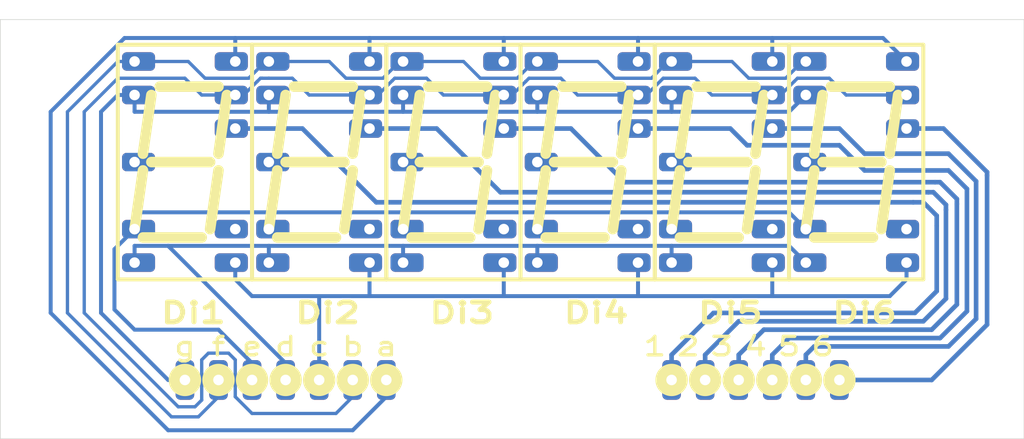
<source format=kicad_pcb>
(kicad_pcb (version 20171130) (host pcbnew "(5.1.4)-1")

  (general
    (thickness 1.6)
    (drawings 4)
    (tracks 232)
    (zones 0)
    (modules 11)
    (nets 20)
  )

  (page A4)
  (layers
    (0 F.Cu signal)
    (31 B.Cu signal)
    (32 B.Adhes user)
    (33 F.Adhes user)
    (34 B.Paste user)
    (35 F.Paste user)
    (36 B.SilkS user)
    (37 F.SilkS user)
    (38 B.Mask user)
    (39 F.Mask user)
    (40 Dwgs.User user)
    (41 Cmts.User user)
    (42 Eco1.User user)
    (43 Eco2.User user)
    (44 Edge.Cuts user)
    (45 Margin user)
    (46 B.CrtYd user)
    (47 F.CrtYd user)
    (48 B.Fab user)
    (49 F.Fab user)
  )

  (setup
    (last_trace_width 0.25)
    (trace_clearance 0.2)
    (zone_clearance 0.508)
    (zone_45_only no)
    (trace_min 0.2)
    (via_size 0.8)
    (via_drill 0.4)
    (via_min_size 0.4)
    (via_min_drill 0.3)
    (uvia_size 0.3)
    (uvia_drill 0.1)
    (uvias_allowed no)
    (uvia_min_size 0.2)
    (uvia_min_drill 0.1)
    (edge_width 0.05)
    (segment_width 0.2)
    (pcb_text_width 0.3)
    (pcb_text_size 1.5 1.5)
    (mod_edge_width 0.12)
    (mod_text_size 1 1)
    (mod_text_width 0.15)
    (pad_size 1.524 1.524)
    (pad_drill 0.762)
    (pad_to_mask_clearance 0.051)
    (solder_mask_min_width 0.25)
    (aux_axis_origin 0 0)
    (visible_elements 7FFFFFFF)
    (pcbplotparams
      (layerselection 0x010fc_ffffffff)
      (usegerberextensions false)
      (usegerberattributes false)
      (usegerberadvancedattributes false)
      (creategerberjobfile false)
      (excludeedgelayer true)
      (linewidth 0.100000)
      (plotframeref false)
      (viasonmask false)
      (mode 1)
      (useauxorigin false)
      (hpglpennumber 1)
      (hpglpenspeed 20)
      (hpglpendiameter 15.000000)
      (psnegative false)
      (psa4output false)
      (plotreference true)
      (plotvalue true)
      (plotinvisibletext false)
      (padsonsilk false)
      (subtractmaskfromsilk false)
      (outputformat 1)
      (mirror false)
      (drillshape 1)
      (scaleselection 1)
      (outputdirectory ""))
  )

  (net 0 "")
  (net 1 /X3)
  (net 2 /X4)
  (net 3 /X6)
  (net 4 /X5)
  (net 5 /X2)
  (net 6 "Net-(Di1-Pad9)")
  (net 7 /X1)
  (net 8 /X0)
  (net 9 "Net-(Di2-Pad9)")
  (net 10 "Net-(Di3-Pad9)")
  (net 11 "Net-(Di4-Pad9)")
  (net 12 "Net-(Di5-Pad9)")
  (net 13 "Net-(Di6-Pad9)")
  (net 14 "Net-(Di2-Pad12)")
  (net 15 "Net-(Di5-Pad12)")
  (net 16 "Net-(Di3-Pad12)")
  (net 17 "Net-(Di4-Pad12)")
  (net 18 "Net-(Di6-Pad12)")
  (net 19 "Net-(Di1-Pad12)")

  (net_class Default "Ceci est la Netclass par défaut."
    (clearance 0.2)
    (trace_width 0.25)
    (via_dia 0.8)
    (via_drill 0.4)
    (uvia_dia 0.3)
    (uvia_drill 0.1)
    (add_net /X0)
    (add_net /X1)
    (add_net /X2)
    (add_net /X3)
    (add_net /X4)
    (add_net /X5)
    (add_net /X6)
    (add_net "Net-(Di1-Pad12)")
    (add_net "Net-(Di1-Pad9)")
    (add_net "Net-(Di2-Pad12)")
    (add_net "Net-(Di2-Pad9)")
    (add_net "Net-(Di3-Pad12)")
    (add_net "Net-(Di3-Pad9)")
    (add_net "Net-(Di4-Pad12)")
    (add_net "Net-(Di4-Pad9)")
    (add_net "Net-(Di5-Pad12)")
    (add_net "Net-(Di5-Pad9)")
    (add_net "Net-(Di6-Pad12)")
    (add_net "Net-(Di6-Pad9)")
  )

  (module elektor:Conn-Display-Top (layer F.Cu) (tedit 5F7754D3) (tstamp 5F74BC5E)
    (at 127 111.76)
    (path /5F75E248)
    (fp_text reference J1 (at 0 -9.525) (layer F.SilkS) hide
      (effects (font (size 1.5 2) (thickness 0.375)))
    )
    (fp_text value Display (at 0 -0.635) (layer F.Fab)
      (effects (font (size 1 1) (thickness 0.15)))
    )
    (fp_circle (center 36.83 -3.81) (end 37.63 -3.81) (layer F.SilkS) (width 0.85))
    (fp_circle (center 39.37 -3.81) (end 40.17 -3.81) (layer F.SilkS) (width 0.85))
    (fp_circle (center 34.29 -3.81) (end 35.09 -3.81) (layer F.SilkS) (width 0.85))
    (fp_circle (center 29.21 -3.81) (end 30.01 -3.81) (layer F.SilkS) (width 0.85))
    (fp_circle (center 41.91 -3.81) (end 42.71 -3.81) (layer F.SilkS) (width 0.85))
    (fp_circle (center 31.75 -3.81) (end 32.55 -3.81) (layer F.SilkS) (width 0.85))
    (fp_text user 2 (at 30.48 -6.35) (layer F.SilkS)
      (effects (font (size 1.4 1.8) (thickness 0.25)))
    )
    (fp_text user 1 (at 27.94 -6.35) (layer F.SilkS)
      (effects (font (size 1.4 1.8) (thickness 0.25)))
    )
    (fp_text user 6 (at 40.64 -6.35) (layer F.SilkS)
      (effects (font (size 1.4 1.8) (thickness 0.25)))
    )
    (fp_text user 4 (at 35.56 -6.35) (layer F.SilkS)
      (effects (font (size 1.4 1.8) (thickness 0.25)))
    )
    (fp_text user 3 (at 33.02 -6.35) (layer F.SilkS)
      (effects (font (size 1.4 1.8) (thickness 0.25)))
    )
    (fp_text user 5 (at 38.1 -6.35) (layer F.SilkS)
      (effects (font (size 1.4 1.8) (thickness 0.25)))
    )
    (fp_circle (center 7.62 -3.81) (end 8.42 -3.81) (layer F.SilkS) (width 0.85))
    (fp_circle (center 5.08 -3.81) (end 5.88 -3.81) (layer F.SilkS) (width 0.85))
    (fp_circle (center 2.54 -3.81) (end 3.34 -3.81) (layer F.SilkS) (width 0.85))
    (fp_circle (center 0 -3.81) (end 0.8 -3.81) (layer F.SilkS) (width 0.85))
    (fp_circle (center -2.54 -3.81) (end -1.74 -3.81) (layer F.SilkS) (width 0.85))
    (fp_circle (center -5.08 -3.81) (end -4.28 -3.81) (layer F.SilkS) (width 0.85))
    (fp_circle (center -7.62 -3.81) (end -6.82 -3.81) (layer F.SilkS) (width 0.85))
    (fp_text user g (at -7.62 -6.35) (layer F.SilkS)
      (effects (font (size 1.4 1.8) (thickness 0.25)))
    )
    (fp_text user f (at -5.08 -6.35) (layer F.SilkS)
      (effects (font (size 1.4 1.8) (thickness 0.25)))
    )
    (fp_text user e (at -2.54 -6.35) (layer F.SilkS)
      (effects (font (size 1.4 1.8) (thickness 0.25)))
    )
    (fp_text user d (at 0 -6.35) (layer F.SilkS)
      (effects (font (size 1.4 1.8) (thickness 0.25)))
    )
    (fp_text user c (at 2.54 -6.35) (layer F.SilkS)
      (effects (font (size 1.4 1.8) (thickness 0.25)))
    )
    (fp_text user b (at 5.08 -6.35) (layer F.SilkS)
      (effects (font (size 1.4 1.8) (thickness 0.25)))
    )
    (fp_text user a (at 7.62 -6.35) (layer F.SilkS)
      (effects (font (size 1.4 1.8) (thickness 0.25)))
    )
    (pad 2 thru_hole roundrect (at 31.75 -3.81) (size 1.4 3) (drill 0.8) (layers *.Cu *.Mask) (roundrect_rratio 0.25)
      (net 14 "Net-(Di2-Pad12)") (zone_connect 0))
    (pad 4 thru_hole roundrect (at 36.83 -3.81) (size 1.4 3) (drill 0.8) (layers *.Cu *.Mask) (roundrect_rratio 0.25)
      (net 17 "Net-(Di4-Pad12)") (zone_connect 0))
    (pad 1 thru_hole roundrect (at 29.21 -3.81) (size 1.4 3) (drill 0.8) (layers *.Cu *.Mask) (roundrect_rratio 0.25)
      (net 19 "Net-(Di1-Pad12)") (zone_connect 0))
    (pad 5 thru_hole roundrect (at 39.37 -3.81) (size 1.4 3) (drill 0.8) (layers *.Cu *.Mask) (roundrect_rratio 0.25)
      (net 15 "Net-(Di5-Pad12)") (zone_connect 0))
    (pad 3 thru_hole roundrect (at 34.29 -3.81) (size 1.4 3) (drill 0.8) (layers *.Cu *.Mask) (roundrect_rratio 0.25)
      (net 16 "Net-(Di3-Pad12)") (zone_connect 0))
    (pad 6 thru_hole roundrect (at 41.91 -3.81) (size 1.4 3) (drill 0.8) (layers *.Cu *.Mask) (roundrect_rratio 0.25)
      (net 18 "Net-(Di6-Pad12)") (zone_connect 0))
    (pad a thru_hole roundrect (at 7.62 -3.81) (size 1.4 3) (drill 0.8) (layers *.Cu *.Mask) (roundrect_rratio 0.25)
      (net 8 /X0) (zone_connect 0))
    (pad b thru_hole roundrect (at 5.08 -3.81) (size 1.4 3) (drill 0.8) (layers *.Cu *.Mask) (roundrect_rratio 0.25)
      (net 7 /X1) (zone_connect 0))
    (pad c thru_hole roundrect (at 2.54 -3.81) (size 1.4 3) (drill 0.8) (layers *.Cu *.Mask) (roundrect_rratio 0.25)
      (net 5 /X2) (zone_connect 0))
    (pad d thru_hole roundrect (at 0 -3.81) (size 1.4 3) (drill 0.8) (layers *.Cu *.Mask) (roundrect_rratio 0.25)
      (net 1 /X3) (zone_connect 0))
    (pad e thru_hole roundrect (at -2.54 -3.81) (size 1.4 3) (drill 0.8) (layers *.Cu *.Mask) (roundrect_rratio 0.25)
      (net 2 /X4) (zone_connect 0))
    (pad f thru_hole roundrect (at -5.08 -3.81) (size 1.4 3) (drill 0.8) (layers *.Cu *.Mask) (roundrect_rratio 0.25)
      (net 4 /X5) (zone_connect 0))
    (pad g thru_hole roundrect (at -7.62 -3.81) (size 1.4 3) (drill 0.8) (layers *.Cu *.Mask) (roundrect_rratio 0.25)
      (net 3 /X6) (zone_connect 0))
  )

  (module Mounting_Holes:MountingHole_2.7mm_M2.5 (layer F.Cu) (tedit 56D1B4CB) (tstamp 5F74C3C0)
    (at 108.585 83.82)
    (descr "Mounting Hole 2.7mm, no annular, M2.5")
    (tags "mounting hole 2.7mm no annular m2.5")
    (attr virtual)
    (fp_text reference REF** (at 0 -3.7) (layer F.SilkS) hide
      (effects (font (size 1 1) (thickness 0.15)))
    )
    (fp_text value MountingHole_2.7mm_M2.5 (at 0 3.7) (layer F.Fab) hide
      (effects (font (size 1 1) (thickness 0.15)))
    )
    (fp_text user %R (at 0.3 0) (layer F.Fab)
      (effects (font (size 1 1) (thickness 0.15)))
    )
    (fp_circle (center 0 0) (end 2.7 0) (layer Cmts.User) (width 0.15))
    (fp_circle (center 0 0) (end 2.95 0) (layer F.CrtYd) (width 0.05))
    (pad 1 np_thru_hole circle (at 0 0) (size 2.7 2.7) (drill 2.7) (layers *.Cu *.Mask))
  )

  (module Mounting_Holes:MountingHole_2.7mm_M2.5 (layer F.Cu) (tedit 56D1B4CB) (tstamp 5F74C3B7)
    (at 108.585 109.22)
    (descr "Mounting Hole 2.7mm, no annular, M2.5")
    (tags "mounting hole 2.7mm no annular m2.5")
    (attr virtual)
    (fp_text reference REF** (at 0 -3.7) (layer F.SilkS) hide
      (effects (font (size 1 1) (thickness 0.15)))
    )
    (fp_text value MountingHole_2.7mm_M2.5 (at 0 3.7) (layer F.Fab) hide
      (effects (font (size 1 1) (thickness 0.15)))
    )
    (fp_text user %R (at 0.3 0) (layer F.Fab)
      (effects (font (size 1 1) (thickness 0.15)))
    )
    (fp_circle (center 0 0) (end 2.7 0) (layer Cmts.User) (width 0.15))
    (fp_circle (center 0 0) (end 2.95 0) (layer F.CrtYd) (width 0.05))
    (pad 1 np_thru_hole circle (at 0 0) (size 2.7 2.7) (drill 2.7) (layers *.Cu *.Mask))
  )

  (module Mounting_Holes:MountingHole_2.7mm_M2.5 (layer F.Cu) (tedit 56D1B4CB) (tstamp 5F74C3AE)
    (at 179.705 109.22)
    (descr "Mounting Hole 2.7mm, no annular, M2.5")
    (tags "mounting hole 2.7mm no annular m2.5")
    (attr virtual)
    (fp_text reference REF** (at 0 -3.7) (layer F.SilkS) hide
      (effects (font (size 1 1) (thickness 0.15)))
    )
    (fp_text value MountingHole_2.7mm_M2.5 (at 0 3.7) (layer F.Fab) hide
      (effects (font (size 1 1) (thickness 0.15)))
    )
    (fp_text user %R (at 0.3 0) (layer F.Fab)
      (effects (font (size 1 1) (thickness 0.15)))
    )
    (fp_circle (center 0 0) (end 2.7 0) (layer Cmts.User) (width 0.15))
    (fp_circle (center 0 0) (end 2.95 0) (layer F.CrtYd) (width 0.05))
    (pad 1 np_thru_hole circle (at 0 0) (size 2.7 2.7) (drill 2.7) (layers *.Cu *.Mask))
  )

  (module Mounting_Holes:MountingHole_2.7mm_M2.5 (layer F.Cu) (tedit 56D1B4CB) (tstamp 5F74C390)
    (at 179.705 83.82)
    (descr "Mounting Hole 2.7mm, no annular, M2.5")
    (tags "mounting hole 2.7mm no annular m2.5")
    (attr virtual)
    (fp_text reference REF** (at 0 -3.7) (layer F.SilkS) hide
      (effects (font (size 1 1) (thickness 0.15)))
    )
    (fp_text value MountingHole_2.7mm_M2.5 (at 0 3.7) (layer F.Fab) hide
      (effects (font (size 1 1) (thickness 0.15)))
    )
    (fp_text user %R (at 0.3 0) (layer F.Fab)
      (effects (font (size 1 1) (thickness 0.15)))
    )
    (fp_circle (center 0 0) (end 2.7 0) (layer Cmts.User) (width 0.15))
    (fp_circle (center 0 0) (end 2.95 0) (layer F.CrtYd) (width 0.05))
    (pad 1 np_thru_hole circle (at 0 0) (size 2.7 2.7) (drill 2.7) (layers *.Cu *.Mask))
  )

  (module elektor:7SEGMENT (layer F.Cu) (tedit 5F74C243) (tstamp 5F74DF57)
    (at 119.38 87.63)
    (path /5F7B0B93)
    (fp_text reference Di1 (at 0.635 15.24) (layer F.SilkS)
      (effects (font (size 1.5 2) (thickness 0.375)))
    )
    (fp_text value MAN4640A (at 0 -7.62) (layer F.Fab)
      (effects (font (size 1 1) (thickness 0.15)))
    )
    (fp_line (start 1.27 9.525) (end -3.175 9.525) (layer F.SilkS) (width 0.8))
    (fp_line (start 1.905 3.81) (end -2.54 3.81) (layer F.SilkS) (width 0.8))
    (fp_line (start 2.54 -1.905) (end -1.905 -1.905) (layer F.SilkS) (width 0.8))
    (fp_line (start 2.54 3.175) (end 3.175 -1.27) (layer F.SilkS) (width 0.8))
    (fp_line (start 1.905 8.89) (end 2.54 4.445) (layer F.SilkS) (width 0.8))
    (fp_line (start -3.175 3.175) (end -2.54 -1.27) (layer F.SilkS) (width 0.8))
    (fp_line (start -3.81 8.89) (end -3.175 4.445) (layer F.SilkS) (width 0.8))
    (fp_line (start -5.08 12.7) (end -5.08 -5.08) (layer F.SilkS) (width 0.3))
    (fp_line (start 5.08 12.7) (end -5.08 12.7) (layer F.SilkS) (width 0.3))
    (fp_line (start 5.08 -5.08) (end 5.08 12.7) (layer F.SilkS) (width 0.3))
    (fp_line (start -5.08 -5.08) (end 5.08 -5.08) (layer F.SilkS) (width 0.3))
    (pad 7 thru_hole roundrect (at -3.81 11.43 270) (size 1.4 2.5) (drill 0.8 (offset 0 -0.3)) (layers *.Cu *.Mask) (roundrect_rratio 0.25)
      (net 1 /X3) (zone_connect 0))
    (pad 6 thru_hole roundrect (at -3.81 8.89 270) (size 1.4 2.5) (drill 0.8 (offset 0 -0.3)) (layers *.Cu *.Mask) (roundrect_rratio 0.25)
      (net 2 /X4) (zone_connect 0))
    (pad 4 thru_hole roundrect (at -3.81 3.81 270) (size 1.4 2.5) (drill 0.8 (offset 0 -0.3)) (layers *.Cu *.Mask) (roundrect_rratio 0.25)
      (net 19 "Net-(Di1-Pad12)") (zone_connect 0))
    (pad 2 thru_hole roundrect (at -3.81 -1.27 270) (size 1.4 2.5) (drill 0.8 (offset 0 -0.3)) (layers *.Cu *.Mask) (roundrect_rratio 0.25)
      (net 3 /X6) (zone_connect 0))
    (pad 1 thru_hole roundrect (at -3.81 -3.81 270) (size 1.4 2.5) (drill 0.8 (offset 0 -0.3)) (layers *.Cu *.Mask) (roundrect_rratio 0.25)
      (net 4 /X5) (zone_connect 0))
    (pad 8 thru_hole roundrect (at 3.81 11.43 270) (size 1.4 2.5) (drill 0.8 (offset 0 0.3)) (layers *.Cu *.Mask) (roundrect_rratio 0.25)
      (net 5 /X2) (zone_connect 0))
    (pad 9 thru_hole roundrect (at 3.81 8.89 270) (size 1.4 2.5) (drill 0.8 (offset 0 0.3)) (layers *.Cu *.Mask) (roundrect_rratio 0.25)
      (net 6 "Net-(Di1-Pad9)") (zone_connect 0))
    (pad 12 thru_hole roundrect (at 3.81 1.27 270) (size 1.4 2.5) (drill 0.8 (offset 0 0.3)) (layers *.Cu *.Mask) (roundrect_rratio 0.25)
      (net 19 "Net-(Di1-Pad12)") (zone_connect 0))
    (pad 13 thru_hole roundrect (at 3.81 -1.27 270) (size 1.4 2.5) (drill 0.8 (offset 0 0.3)) (layers *.Cu *.Mask) (roundrect_rratio 0.25)
      (net 7 /X1) (zone_connect 0))
    (pad 14 thru_hole roundrect (at 3.81 -3.81 270) (size 1.4 2.5) (drill 0.8 (offset 0 0.3)) (layers *.Cu *.Mask) (roundrect_rratio 0.25)
      (net 8 /X0) (zone_connect 0))
  )

  (module elektor:7SEGMENT (layer F.Cu) (tedit 5F74C243) (tstamp 5F74DF70)
    (at 129.54 87.63)
    (path /5F7B128F)
    (fp_text reference Di2 (at 0.635 15.24) (layer F.SilkS)
      (effects (font (size 1.5 2) (thickness 0.375)))
    )
    (fp_text value MAN4640A (at 0 -7.62) (layer F.Fab)
      (effects (font (size 1 1) (thickness 0.15)))
    )
    (fp_line (start 1.27 9.525) (end -3.175 9.525) (layer F.SilkS) (width 0.8))
    (fp_line (start 1.905 3.81) (end -2.54 3.81) (layer F.SilkS) (width 0.8))
    (fp_line (start 2.54 -1.905) (end -1.905 -1.905) (layer F.SilkS) (width 0.8))
    (fp_line (start 2.54 3.175) (end 3.175 -1.27) (layer F.SilkS) (width 0.8))
    (fp_line (start 1.905 8.89) (end 2.54 4.445) (layer F.SilkS) (width 0.8))
    (fp_line (start -3.175 3.175) (end -2.54 -1.27) (layer F.SilkS) (width 0.8))
    (fp_line (start -3.81 8.89) (end -3.175 4.445) (layer F.SilkS) (width 0.8))
    (fp_line (start -5.08 12.7) (end -5.08 -5.08) (layer F.SilkS) (width 0.3))
    (fp_line (start 5.08 12.7) (end -5.08 12.7) (layer F.SilkS) (width 0.3))
    (fp_line (start 5.08 -5.08) (end 5.08 12.7) (layer F.SilkS) (width 0.3))
    (fp_line (start -5.08 -5.08) (end 5.08 -5.08) (layer F.SilkS) (width 0.3))
    (pad 7 thru_hole roundrect (at -3.81 11.43 270) (size 1.4 2.5) (drill 0.8 (offset 0 -0.3)) (layers *.Cu *.Mask) (roundrect_rratio 0.25)
      (net 1 /X3) (zone_connect 0))
    (pad 6 thru_hole roundrect (at -3.81 8.89 270) (size 1.4 2.5) (drill 0.8 (offset 0 -0.3)) (layers *.Cu *.Mask) (roundrect_rratio 0.25)
      (net 2 /X4) (zone_connect 0))
    (pad 4 thru_hole roundrect (at -3.81 3.81 270) (size 1.4 2.5) (drill 0.8 (offset 0 -0.3)) (layers *.Cu *.Mask) (roundrect_rratio 0.25)
      (net 14 "Net-(Di2-Pad12)") (zone_connect 0))
    (pad 2 thru_hole roundrect (at -3.81 -1.27 270) (size 1.4 2.5) (drill 0.8 (offset 0 -0.3)) (layers *.Cu *.Mask) (roundrect_rratio 0.25)
      (net 3 /X6) (zone_connect 0))
    (pad 1 thru_hole roundrect (at -3.81 -3.81 270) (size 1.4 2.5) (drill 0.8 (offset 0 -0.3)) (layers *.Cu *.Mask) (roundrect_rratio 0.25)
      (net 4 /X5) (zone_connect 0))
    (pad 8 thru_hole roundrect (at 3.81 11.43 270) (size 1.4 2.5) (drill 0.8 (offset 0 0.3)) (layers *.Cu *.Mask) (roundrect_rratio 0.25)
      (net 5 /X2) (zone_connect 0))
    (pad 9 thru_hole roundrect (at 3.81 8.89 270) (size 1.4 2.5) (drill 0.8 (offset 0 0.3)) (layers *.Cu *.Mask) (roundrect_rratio 0.25)
      (net 9 "Net-(Di2-Pad9)") (zone_connect 0))
    (pad 12 thru_hole roundrect (at 3.81 1.27 270) (size 1.4 2.5) (drill 0.8 (offset 0 0.3)) (layers *.Cu *.Mask) (roundrect_rratio 0.25)
      (net 14 "Net-(Di2-Pad12)") (zone_connect 0))
    (pad 13 thru_hole roundrect (at 3.81 -1.27 270) (size 1.4 2.5) (drill 0.8 (offset 0 0.3)) (layers *.Cu *.Mask) (roundrect_rratio 0.25)
      (net 7 /X1) (zone_connect 0))
    (pad 14 thru_hole roundrect (at 3.81 -3.81 270) (size 1.4 2.5) (drill 0.8 (offset 0 0.3)) (layers *.Cu *.Mask) (roundrect_rratio 0.25)
      (net 8 /X0) (zone_connect 0))
  )

  (module elektor:7SEGMENT (layer F.Cu) (tedit 5F74C243) (tstamp 5F74DF89)
    (at 139.7 87.63)
    (path /5F7B197F)
    (fp_text reference Di3 (at 0.635 15.24) (layer F.SilkS)
      (effects (font (size 1.5 2) (thickness 0.375)))
    )
    (fp_text value MAN4640A (at 0 -7.62) (layer F.Fab)
      (effects (font (size 1 1) (thickness 0.15)))
    )
    (fp_line (start 1.27 9.525) (end -3.175 9.525) (layer F.SilkS) (width 0.8))
    (fp_line (start 1.905 3.81) (end -2.54 3.81) (layer F.SilkS) (width 0.8))
    (fp_line (start 2.54 -1.905) (end -1.905 -1.905) (layer F.SilkS) (width 0.8))
    (fp_line (start 2.54 3.175) (end 3.175 -1.27) (layer F.SilkS) (width 0.8))
    (fp_line (start 1.905 8.89) (end 2.54 4.445) (layer F.SilkS) (width 0.8))
    (fp_line (start -3.175 3.175) (end -2.54 -1.27) (layer F.SilkS) (width 0.8))
    (fp_line (start -3.81 8.89) (end -3.175 4.445) (layer F.SilkS) (width 0.8))
    (fp_line (start -5.08 12.7) (end -5.08 -5.08) (layer F.SilkS) (width 0.3))
    (fp_line (start 5.08 12.7) (end -5.08 12.7) (layer F.SilkS) (width 0.3))
    (fp_line (start 5.08 -5.08) (end 5.08 12.7) (layer F.SilkS) (width 0.3))
    (fp_line (start -5.08 -5.08) (end 5.08 -5.08) (layer F.SilkS) (width 0.3))
    (pad 7 thru_hole roundrect (at -3.81 11.43 270) (size 1.4 2.5) (drill 0.8 (offset 0 -0.3)) (layers *.Cu *.Mask) (roundrect_rratio 0.25)
      (net 1 /X3) (zone_connect 0))
    (pad 6 thru_hole roundrect (at -3.81 8.89 270) (size 1.4 2.5) (drill 0.8 (offset 0 -0.3)) (layers *.Cu *.Mask) (roundrect_rratio 0.25)
      (net 2 /X4) (zone_connect 0))
    (pad 4 thru_hole roundrect (at -3.81 3.81 270) (size 1.4 2.5) (drill 0.8 (offset 0 -0.3)) (layers *.Cu *.Mask) (roundrect_rratio 0.25)
      (net 16 "Net-(Di3-Pad12)") (zone_connect 0))
    (pad 2 thru_hole roundrect (at -3.81 -1.27 270) (size 1.4 2.5) (drill 0.8 (offset 0 -0.3)) (layers *.Cu *.Mask) (roundrect_rratio 0.25)
      (net 3 /X6) (zone_connect 0))
    (pad 1 thru_hole roundrect (at -3.81 -3.81 270) (size 1.4 2.5) (drill 0.8 (offset 0 -0.3)) (layers *.Cu *.Mask) (roundrect_rratio 0.25)
      (net 4 /X5) (zone_connect 0))
    (pad 8 thru_hole roundrect (at 3.81 11.43 270) (size 1.4 2.5) (drill 0.8 (offset 0 0.3)) (layers *.Cu *.Mask) (roundrect_rratio 0.25)
      (net 5 /X2) (zone_connect 0))
    (pad 9 thru_hole roundrect (at 3.81 8.89 270) (size 1.4 2.5) (drill 0.8 (offset 0 0.3)) (layers *.Cu *.Mask) (roundrect_rratio 0.25)
      (net 10 "Net-(Di3-Pad9)") (zone_connect 0))
    (pad 12 thru_hole roundrect (at 3.81 1.27 270) (size 1.4 2.5) (drill 0.8 (offset 0 0.3)) (layers *.Cu *.Mask) (roundrect_rratio 0.25)
      (net 16 "Net-(Di3-Pad12)") (zone_connect 0))
    (pad 13 thru_hole roundrect (at 3.81 -1.27 270) (size 1.4 2.5) (drill 0.8 (offset 0 0.3)) (layers *.Cu *.Mask) (roundrect_rratio 0.25)
      (net 7 /X1) (zone_connect 0))
    (pad 14 thru_hole roundrect (at 3.81 -3.81 270) (size 1.4 2.5) (drill 0.8 (offset 0 0.3)) (layers *.Cu *.Mask) (roundrect_rratio 0.25)
      (net 8 /X0) (zone_connect 0))
  )

  (module elektor:7SEGMENT (layer F.Cu) (tedit 5F74C243) (tstamp 5F74DFA2)
    (at 149.86 87.63)
    (path /5F7B226A)
    (fp_text reference Di4 (at 0.635 15.24) (layer F.SilkS)
      (effects (font (size 1.5 2) (thickness 0.375)))
    )
    (fp_text value MAN4640A (at 0 -7.62) (layer F.Fab)
      (effects (font (size 1 1) (thickness 0.15)))
    )
    (fp_line (start 1.27 9.525) (end -3.175 9.525) (layer F.SilkS) (width 0.8))
    (fp_line (start 1.905 3.81) (end -2.54 3.81) (layer F.SilkS) (width 0.8))
    (fp_line (start 2.54 -1.905) (end -1.905 -1.905) (layer F.SilkS) (width 0.8))
    (fp_line (start 2.54 3.175) (end 3.175 -1.27) (layer F.SilkS) (width 0.8))
    (fp_line (start 1.905 8.89) (end 2.54 4.445) (layer F.SilkS) (width 0.8))
    (fp_line (start -3.175 3.175) (end -2.54 -1.27) (layer F.SilkS) (width 0.8))
    (fp_line (start -3.81 8.89) (end -3.175 4.445) (layer F.SilkS) (width 0.8))
    (fp_line (start -5.08 12.7) (end -5.08 -5.08) (layer F.SilkS) (width 0.3))
    (fp_line (start 5.08 12.7) (end -5.08 12.7) (layer F.SilkS) (width 0.3))
    (fp_line (start 5.08 -5.08) (end 5.08 12.7) (layer F.SilkS) (width 0.3))
    (fp_line (start -5.08 -5.08) (end 5.08 -5.08) (layer F.SilkS) (width 0.3))
    (pad 7 thru_hole roundrect (at -3.81 11.43 270) (size 1.4 2.5) (drill 0.8 (offset 0 -0.3)) (layers *.Cu *.Mask) (roundrect_rratio 0.25)
      (net 1 /X3) (zone_connect 0))
    (pad 6 thru_hole roundrect (at -3.81 8.89 270) (size 1.4 2.5) (drill 0.8 (offset 0 -0.3)) (layers *.Cu *.Mask) (roundrect_rratio 0.25)
      (net 2 /X4) (zone_connect 0))
    (pad 4 thru_hole roundrect (at -3.81 3.81 270) (size 1.4 2.5) (drill 0.8 (offset 0 -0.3)) (layers *.Cu *.Mask) (roundrect_rratio 0.25)
      (net 17 "Net-(Di4-Pad12)") (zone_connect 0))
    (pad 2 thru_hole roundrect (at -3.81 -1.27 270) (size 1.4 2.5) (drill 0.8 (offset 0 -0.3)) (layers *.Cu *.Mask) (roundrect_rratio 0.25)
      (net 3 /X6) (zone_connect 0))
    (pad 1 thru_hole roundrect (at -3.81 -3.81 270) (size 1.4 2.5) (drill 0.8 (offset 0 -0.3)) (layers *.Cu *.Mask) (roundrect_rratio 0.25)
      (net 4 /X5) (zone_connect 0))
    (pad 8 thru_hole roundrect (at 3.81 11.43 270) (size 1.4 2.5) (drill 0.8 (offset 0 0.3)) (layers *.Cu *.Mask) (roundrect_rratio 0.25)
      (net 5 /X2) (zone_connect 0))
    (pad 9 thru_hole roundrect (at 3.81 8.89 270) (size 1.4 2.5) (drill 0.8 (offset 0 0.3)) (layers *.Cu *.Mask) (roundrect_rratio 0.25)
      (net 11 "Net-(Di4-Pad9)") (zone_connect 0))
    (pad 12 thru_hole roundrect (at 3.81 1.27 270) (size 1.4 2.5) (drill 0.8 (offset 0 0.3)) (layers *.Cu *.Mask) (roundrect_rratio 0.25)
      (net 17 "Net-(Di4-Pad12)") (zone_connect 0))
    (pad 13 thru_hole roundrect (at 3.81 -1.27 270) (size 1.4 2.5) (drill 0.8 (offset 0 0.3)) (layers *.Cu *.Mask) (roundrect_rratio 0.25)
      (net 7 /X1) (zone_connect 0))
    (pad 14 thru_hole roundrect (at 3.81 -3.81 270) (size 1.4 2.5) (drill 0.8 (offset 0 0.3)) (layers *.Cu *.Mask) (roundrect_rratio 0.25)
      (net 8 /X0) (zone_connect 0))
  )

  (module elektor:7SEGMENT (layer F.Cu) (tedit 5F74C243) (tstamp 5F74DFBB)
    (at 160.02 87.63)
    (path /5F7B2C72)
    (fp_text reference Di5 (at 0.635 15.24) (layer F.SilkS)
      (effects (font (size 1.5 2) (thickness 0.375)))
    )
    (fp_text value MAN4640A (at 0 -7.62) (layer F.Fab)
      (effects (font (size 1 1) (thickness 0.15)))
    )
    (fp_line (start 1.27 9.525) (end -3.175 9.525) (layer F.SilkS) (width 0.8))
    (fp_line (start 1.905 3.81) (end -2.54 3.81) (layer F.SilkS) (width 0.8))
    (fp_line (start 2.54 -1.905) (end -1.905 -1.905) (layer F.SilkS) (width 0.8))
    (fp_line (start 2.54 3.175) (end 3.175 -1.27) (layer F.SilkS) (width 0.8))
    (fp_line (start 1.905 8.89) (end 2.54 4.445) (layer F.SilkS) (width 0.8))
    (fp_line (start -3.175 3.175) (end -2.54 -1.27) (layer F.SilkS) (width 0.8))
    (fp_line (start -3.81 8.89) (end -3.175 4.445) (layer F.SilkS) (width 0.8))
    (fp_line (start -5.08 12.7) (end -5.08 -5.08) (layer F.SilkS) (width 0.3))
    (fp_line (start 5.08 12.7) (end -5.08 12.7) (layer F.SilkS) (width 0.3))
    (fp_line (start 5.08 -5.08) (end 5.08 12.7) (layer F.SilkS) (width 0.3))
    (fp_line (start -5.08 -5.08) (end 5.08 -5.08) (layer F.SilkS) (width 0.3))
    (pad 7 thru_hole roundrect (at -3.81 11.43 270) (size 1.4 2.5) (drill 0.8 (offset 0 -0.3)) (layers *.Cu *.Mask) (roundrect_rratio 0.25)
      (net 1 /X3) (zone_connect 0))
    (pad 6 thru_hole roundrect (at -3.81 8.89 270) (size 1.4 2.5) (drill 0.8 (offset 0 -0.3)) (layers *.Cu *.Mask) (roundrect_rratio 0.25)
      (net 2 /X4) (zone_connect 0))
    (pad 4 thru_hole roundrect (at -3.81 3.81 270) (size 1.4 2.5) (drill 0.8 (offset 0 -0.3)) (layers *.Cu *.Mask) (roundrect_rratio 0.25)
      (net 15 "Net-(Di5-Pad12)") (zone_connect 0))
    (pad 2 thru_hole roundrect (at -3.81 -1.27 270) (size 1.4 2.5) (drill 0.8 (offset 0 -0.3)) (layers *.Cu *.Mask) (roundrect_rratio 0.25)
      (net 3 /X6) (zone_connect 0))
    (pad 1 thru_hole roundrect (at -3.81 -3.81 270) (size 1.4 2.5) (drill 0.8 (offset 0 -0.3)) (layers *.Cu *.Mask) (roundrect_rratio 0.25)
      (net 4 /X5) (zone_connect 0))
    (pad 8 thru_hole roundrect (at 3.81 11.43 270) (size 1.4 2.5) (drill 0.8 (offset 0 0.3)) (layers *.Cu *.Mask) (roundrect_rratio 0.25)
      (net 5 /X2) (zone_connect 0))
    (pad 9 thru_hole roundrect (at 3.81 8.89 270) (size 1.4 2.5) (drill 0.8 (offset 0 0.3)) (layers *.Cu *.Mask) (roundrect_rratio 0.25)
      (net 12 "Net-(Di5-Pad9)") (zone_connect 0))
    (pad 12 thru_hole roundrect (at 3.81 1.27 270) (size 1.4 2.5) (drill 0.8 (offset 0 0.3)) (layers *.Cu *.Mask) (roundrect_rratio 0.25)
      (net 15 "Net-(Di5-Pad12)") (zone_connect 0))
    (pad 13 thru_hole roundrect (at 3.81 -1.27 270) (size 1.4 2.5) (drill 0.8 (offset 0 0.3)) (layers *.Cu *.Mask) (roundrect_rratio 0.25)
      (net 7 /X1) (zone_connect 0))
    (pad 14 thru_hole roundrect (at 3.81 -3.81 270) (size 1.4 2.5) (drill 0.8 (offset 0 0.3)) (layers *.Cu *.Mask) (roundrect_rratio 0.25)
      (net 8 /X0) (zone_connect 0))
  )

  (module elektor:7SEGMENT (layer F.Cu) (tedit 5F74C243) (tstamp 5F74DFD4)
    (at 170.18 87.63)
    (path /5F7B3100)
    (fp_text reference Di6 (at 0.635 15.24) (layer F.SilkS)
      (effects (font (size 1.5 2) (thickness 0.375)))
    )
    (fp_text value MAN4640A (at 0 -7.62) (layer F.Fab)
      (effects (font (size 1 1) (thickness 0.15)))
    )
    (fp_line (start 1.27 9.525) (end -3.175 9.525) (layer F.SilkS) (width 0.8))
    (fp_line (start 1.905 3.81) (end -2.54 3.81) (layer F.SilkS) (width 0.8))
    (fp_line (start 2.54 -1.905) (end -1.905 -1.905) (layer F.SilkS) (width 0.8))
    (fp_line (start 2.54 3.175) (end 3.175 -1.27) (layer F.SilkS) (width 0.8))
    (fp_line (start 1.905 8.89) (end 2.54 4.445) (layer F.SilkS) (width 0.8))
    (fp_line (start -3.175 3.175) (end -2.54 -1.27) (layer F.SilkS) (width 0.8))
    (fp_line (start -3.81 8.89) (end -3.175 4.445) (layer F.SilkS) (width 0.8))
    (fp_line (start -5.08 12.7) (end -5.08 -5.08) (layer F.SilkS) (width 0.3))
    (fp_line (start 5.08 12.7) (end -5.08 12.7) (layer F.SilkS) (width 0.3))
    (fp_line (start 5.08 -5.08) (end 5.08 12.7) (layer F.SilkS) (width 0.3))
    (fp_line (start -5.08 -5.08) (end 5.08 -5.08) (layer F.SilkS) (width 0.3))
    (pad 7 thru_hole roundrect (at -3.81 11.43 270) (size 1.4 2.5) (drill 0.8 (offset 0 -0.3)) (layers *.Cu *.Mask) (roundrect_rratio 0.25)
      (net 1 /X3) (zone_connect 0))
    (pad 6 thru_hole roundrect (at -3.81 8.89 270) (size 1.4 2.5) (drill 0.8 (offset 0 -0.3)) (layers *.Cu *.Mask) (roundrect_rratio 0.25)
      (net 2 /X4) (zone_connect 0))
    (pad 4 thru_hole roundrect (at -3.81 3.81 270) (size 1.4 2.5) (drill 0.8 (offset 0 -0.3)) (layers *.Cu *.Mask) (roundrect_rratio 0.25)
      (net 18 "Net-(Di6-Pad12)") (zone_connect 0))
    (pad 2 thru_hole roundrect (at -3.81 -1.27 270) (size 1.4 2.5) (drill 0.8 (offset 0 -0.3)) (layers *.Cu *.Mask) (roundrect_rratio 0.25)
      (net 3 /X6) (zone_connect 0))
    (pad 1 thru_hole roundrect (at -3.81 -3.81 270) (size 1.4 2.5) (drill 0.8 (offset 0 -0.3)) (layers *.Cu *.Mask) (roundrect_rratio 0.25)
      (net 4 /X5) (zone_connect 0))
    (pad 8 thru_hole roundrect (at 3.81 11.43 270) (size 1.4 2.5) (drill 0.8 (offset 0 0.3)) (layers *.Cu *.Mask) (roundrect_rratio 0.25)
      (net 5 /X2) (zone_connect 0))
    (pad 9 thru_hole roundrect (at 3.81 8.89 270) (size 1.4 2.5) (drill 0.8 (offset 0 0.3)) (layers *.Cu *.Mask) (roundrect_rratio 0.25)
      (net 13 "Net-(Di6-Pad9)") (zone_connect 0))
    (pad 12 thru_hole roundrect (at 3.81 1.27 270) (size 1.4 2.5) (drill 0.8 (offset 0 0.3)) (layers *.Cu *.Mask) (roundrect_rratio 0.25)
      (net 18 "Net-(Di6-Pad12)") (zone_connect 0))
    (pad 13 thru_hole roundrect (at 3.81 -1.27 270) (size 1.4 2.5) (drill 0.8 (offset 0 0.3)) (layers *.Cu *.Mask) (roundrect_rratio 0.25)
      (net 7 /X1) (zone_connect 0))
    (pad 14 thru_hole roundrect (at 3.81 -3.81 270) (size 1.4 2.5) (drill 0.8 (offset 0 0.3)) (layers *.Cu *.Mask) (roundrect_rratio 0.25)
      (net 8 /X0) (zone_connect 0))
  )

  (gr_line (start 105.41 112.395) (end 105.41 80.645) (layer Edge.Cuts) (width 0.05) (tstamp 5F74C1F0))
  (gr_line (start 182.88 112.395) (end 105.41 112.395) (layer Edge.Cuts) (width 0.05))
  (gr_line (start 182.88 80.645) (end 182.88 112.395) (layer Edge.Cuts) (width 0.05))
  (gr_line (start 105.41 80.645) (end 182.88 80.645) (layer Edge.Cuts) (width 0.05))

  (segment (start 166.37 99.06) (end 165.1 97.79) (width 0.3) (layer B.Cu) (net 1))
  (segment (start 165.1 97.79) (end 156.21 97.79) (width 0.3) (layer B.Cu) (net 1))
  (segment (start 156.21 97.79) (end 156.21 99.06) (width 0.3) (layer B.Cu) (net 1))
  (segment (start 156.21 97.79) (end 146.05 97.79) (width 0.3) (layer B.Cu) (net 1))
  (segment (start 146.05 97.79) (end 146.05 99.06) (width 0.3) (layer B.Cu) (net 1))
  (segment (start 146.05 97.79) (end 135.89 97.79) (width 0.3) (layer B.Cu) (net 1))
  (segment (start 135.89 97.79) (end 135.89 99.06) (width 0.3) (layer B.Cu) (net 1))
  (segment (start 135.89 97.79) (end 125.73 97.79) (width 0.3) (layer B.Cu) (net 1))
  (segment (start 125.73 97.79) (end 125.73 99.06) (width 0.3) (layer B.Cu) (net 1))
  (segment (start 115.57 97.79) (end 115.57 99.06) (width 0.3) (layer B.Cu) (net 1))
  (segment (start 127 107.95) (end 127 106.68) (width 0.3) (layer B.Cu) (net 1))
  (segment (start 127 106.68) (end 118.11 97.79) (width 0.3) (layer B.Cu) (net 1))
  (segment (start 125.73 97.79) (end 118.11 97.79) (width 0.3) (layer B.Cu) (net 1))
  (segment (start 118.11 97.79) (end 115.57 97.79) (width 0.3) (layer B.Cu) (net 1))
  (segment (start 166.37 96.52) (end 165.1 95.25) (width 0.3) (layer B.Cu) (net 2))
  (segment (start 165.1 95.25) (end 156.21 95.25) (width 0.3) (layer B.Cu) (net 2))
  (segment (start 156.21 95.25) (end 156.21 96.52) (width 0.3) (layer B.Cu) (net 2))
  (segment (start 156.21 95.25) (end 146.05 95.25) (width 0.3) (layer B.Cu) (net 2))
  (segment (start 146.05 95.25) (end 146.05 96.52) (width 0.3) (layer B.Cu) (net 2))
  (segment (start 146.05 95.25) (end 135.89 95.25) (width 0.3) (layer B.Cu) (net 2))
  (segment (start 135.89 95.25) (end 135.89 96.52) (width 0.3) (layer B.Cu) (net 2))
  (segment (start 135.89 95.25) (end 125.73 95.25) (width 0.3) (layer B.Cu) (net 2))
  (segment (start 125.73 95.25) (end 125.73 96.52) (width 0.3) (layer B.Cu) (net 2))
  (segment (start 125.73 95.25) (end 115.57 95.25) (width 0.3) (layer B.Cu) (net 2))
  (segment (start 115.57 95.25) (end 115.57 96.52) (width 0.3) (layer B.Cu) (net 2))
  (segment (start 124.46 109.22) (end 124.46 107.95) (width 0.3) (layer B.Cu) (net 2))
  (segment (start 124.46 106.68) (end 124.46 107.95) (width 0.3) (layer B.Cu) (net 2))
  (segment (start 115.57 104.14) (end 121.92 104.14) (width 0.3) (layer B.Cu) (net 2))
  (segment (start 114.29499 102.86499) (end 115.57 104.14) (width 0.3) (layer B.Cu) (net 2))
  (segment (start 121.92 104.14) (end 124.46 106.68) (width 0.3) (layer B.Cu) (net 2))
  (segment (start 115.57 96.52) (end 114.3 97.79) (width 0.3) (layer B.Cu) (net 2))
  (segment (start 114.3 97.79) (end 114.046 98.044) (width 0.3) (layer B.Cu) (net 2))
  (segment (start 114.046 98.044) (end 114.046 102.616) (width 0.3) (layer B.Cu) (net 2))
  (segment (start 114.046 102.616) (end 114.29499 102.86499) (width 0.3) (layer B.Cu) (net 2))
  (segment (start 166.37 86.36) (end 165.1 87.63) (width 0.3) (layer B.Cu) (net 3))
  (segment (start 165.1 87.63) (end 156.21 87.63) (width 0.3) (layer B.Cu) (net 3))
  (segment (start 156.21 87.63) (end 156.21 86.36) (width 0.3) (layer B.Cu) (net 3))
  (segment (start 156.21 87.63) (end 146.05 87.63) (width 0.3) (layer B.Cu) (net 3))
  (segment (start 146.05 87.63) (end 146.05 86.36) (width 0.3) (layer B.Cu) (net 3))
  (segment (start 146.05 87.63) (end 135.89 87.63) (width 0.3) (layer B.Cu) (net 3))
  (segment (start 135.89 87.63) (end 135.89 86.36) (width 0.3) (layer B.Cu) (net 3))
  (segment (start 135.89 87.63) (end 125.73 87.63) (width 0.3) (layer B.Cu) (net 3))
  (segment (start 125.73 87.63) (end 125.73 86.36) (width 0.3) (layer B.Cu) (net 3))
  (segment (start 125.73 87.63) (end 115.57 87.63) (width 0.3) (layer B.Cu) (net 3))
  (segment (start 115.57 87.63) (end 115.57 86.36) (width 0.3) (layer B.Cu) (net 3))
  (segment (start 118.11 107.95) (end 119.38 107.95) (width 0.3) (layer B.Cu) (net 3))
  (segment (start 113.03 102.87) (end 118.11 107.95) (width 0.3) (layer B.Cu) (net 3))
  (segment (start 113.03 87.63) (end 113.03 102.87) (width 0.3) (layer B.Cu) (net 3))
  (segment (start 115.57 86.36) (end 114.3 86.36) (width 0.3) (layer B.Cu) (net 3))
  (segment (start 114.3 86.36) (end 113.03 87.63) (width 0.3) (layer B.Cu) (net 3))
  (segment (start 140.462 83.82) (end 135.89 83.82) (width 0.25) (layer B.Cu) (net 4))
  (segment (start 141.732 85.09) (end 140.462 83.82) (width 0.25) (layer B.Cu) (net 4))
  (segment (start 119.634 83.82) (end 115.57 83.82) (width 0.25) (layer B.Cu) (net 4))
  (segment (start 120.904 85.09) (end 119.634 83.82) (width 0.25) (layer B.Cu) (net 4))
  (segment (start 130.302 83.82) (end 125.73 83.82) (width 0.25) (layer B.Cu) (net 4))
  (segment (start 131.572 85.09) (end 130.302 83.82) (width 0.25) (layer B.Cu) (net 4))
  (segment (start 145.796 83.82) (end 146.05 83.82) (width 0.25) (layer B.Cu) (net 4))
  (segment (start 144.526 85.09) (end 145.796 83.82) (width 0.25) (layer B.Cu) (net 4))
  (segment (start 144.526 85.09) (end 141.732 85.09) (width 0.25) (layer B.Cu) (net 4))
  (segment (start 135.636 83.82) (end 135.89 83.82) (width 0.25) (layer B.Cu) (net 4))
  (segment (start 134.366 85.09) (end 135.636 83.82) (width 0.25) (layer B.Cu) (net 4))
  (segment (start 134.366 85.09) (end 131.572 85.09) (width 0.25) (layer B.Cu) (net 4))
  (segment (start 125.476 83.82) (end 125.73 83.82) (width 0.25) (layer B.Cu) (net 4))
  (segment (start 124.206 85.09) (end 125.476 83.82) (width 0.25) (layer B.Cu) (net 4))
  (segment (start 124.206 85.09) (end 120.904 85.09) (width 0.25) (layer B.Cu) (net 4))
  (segment (start 166.116 83.82) (end 166.37 83.82) (width 0.25) (layer B.Cu) (net 4))
  (segment (start 164.846 85.09) (end 166.116 83.82) (width 0.25) (layer B.Cu) (net 4))
  (segment (start 162.052 85.09) (end 164.846 85.09) (width 0.25) (layer B.Cu) (net 4))
  (segment (start 156.21 83.82) (end 160.782 83.82) (width 0.25) (layer B.Cu) (net 4))
  (segment (start 160.782 83.82) (end 162.052 85.09) (width 0.25) (layer B.Cu) (net 4))
  (segment (start 155.956 83.82) (end 156.21 83.82) (width 0.25) (layer B.Cu) (net 4))
  (segment (start 154.686 85.09) (end 155.956 83.82) (width 0.25) (layer B.Cu) (net 4))
  (segment (start 151.892 85.09) (end 154.686 85.09) (width 0.25) (layer B.Cu) (net 4))
  (segment (start 146.05 83.82) (end 150.622 83.82) (width 0.25) (layer B.Cu) (net 4))
  (segment (start 150.622 83.82) (end 151.892 85.09) (width 0.25) (layer B.Cu) (net 4))
  (segment (start 121.92 109.22) (end 121.92 107.95) (width 0.25) (layer B.Cu) (net 4))
  (segment (start 114.3 83.82) (end 110.49 87.63) (width 0.25) (layer B.Cu) (net 4))
  (segment (start 115.57 83.82) (end 114.3 83.82) (width 0.25) (layer B.Cu) (net 4))
  (segment (start 110.49 87.63) (end 110.49 102.87) (width 0.25) (layer B.Cu) (net 4))
  (segment (start 110.49 102.87) (end 118.364 110.744) (width 0.25) (layer B.Cu) (net 4))
  (segment (start 118.364 110.744) (end 120.396 110.744) (width 0.25) (layer B.Cu) (net 4))
  (segment (start 120.396 110.744) (end 121.92 109.22) (width 0.25) (layer B.Cu) (net 4))
  (segment (start 123.19 99.06) (end 123.19 100.33) (width 0.3) (layer B.Cu) (net 5))
  (segment (start 123.19 100.33) (end 124.46 101.6) (width 0.3) (layer B.Cu) (net 5))
  (segment (start 173.99 100.33) (end 173.99 99.06) (width 0.3) (layer B.Cu) (net 5))
  (segment (start 172.72 101.6) (end 173.99 100.33) (width 0.3) (layer B.Cu) (net 5))
  (segment (start 163.83 99.06) (end 163.83 101.6) (width 0.3) (layer B.Cu) (net 5))
  (segment (start 153.67 99.06) (end 153.67 101.6) (width 0.3) (layer B.Cu) (net 5))
  (segment (start 143.51 99.06) (end 143.51 101.6) (width 0.3) (layer B.Cu) (net 5))
  (segment (start 133.35 99.06) (end 133.35 101.6) (width 0.3) (layer B.Cu) (net 5))
  (segment (start 124.46 101.6) (end 133.35 101.6) (width 0.3) (layer B.Cu) (net 5))
  (segment (start 133.35 101.6) (end 172.72 101.6) (width 0.3) (layer B.Cu) (net 5))
  (segment (start 129.54 107.95) (end 129.54 101.6) (width 0.3) (layer B.Cu) (net 5))
  (segment (start 163.83 86.36) (end 164.465 86.36) (width 0.25) (layer B.Cu) (net 7))
  (segment (start 127.75299 85.33499) (end 128.778 86.36) (width 0.25) (layer B.Cu) (net 7))
  (segment (start 128.778 86.36) (end 133.35 86.36) (width 0.25) (layer B.Cu) (net 7))
  (segment (start 123.19 86.36) (end 120.65 86.36) (width 0.25) (layer B.Cu) (net 7))
  (segment (start 153.67 86.36) (end 149.098 86.36) (width 0.25) (layer B.Cu) (net 7))
  (segment (start 147.828 85.09) (end 145.41641 85.09) (width 0.25) (layer B.Cu) (net 7))
  (segment (start 145.41641 85.09) (end 145.17142 85.33499) (width 0.25) (layer B.Cu) (net 7))
  (segment (start 144.14539 86.36) (end 143.51 86.36) (width 0.25) (layer B.Cu) (net 7))
  (segment (start 149.098 86.36) (end 147.828 85.09) (width 0.25) (layer B.Cu) (net 7))
  (segment (start 145.17142 85.33499) (end 145.1704 85.33499) (width 0.25) (layer B.Cu) (net 7))
  (segment (start 145.1704 85.33499) (end 144.14539 86.36) (width 0.25) (layer B.Cu) (net 7))
  (segment (start 154.30539 86.36) (end 153.67 86.36) (width 0.25) (layer B.Cu) (net 7))
  (segment (start 155.57539 85.09) (end 154.30539 86.36) (width 0.25) (layer B.Cu) (net 7))
  (segment (start 157.988 85.09) (end 155.57539 85.09) (width 0.25) (layer B.Cu) (net 7))
  (segment (start 159.258 86.36) (end 157.988 85.09) (width 0.25) (layer B.Cu) (net 7))
  (segment (start 163.83 86.36) (end 159.258 86.36) (width 0.25) (layer B.Cu) (net 7))
  (segment (start 169.418 86.36) (end 168.148 85.09) (width 0.25) (layer B.Cu) (net 7))
  (segment (start 173.99 86.36) (end 169.418 86.36) (width 0.25) (layer B.Cu) (net 7))
  (segment (start 168.148 85.09) (end 165.73641 85.09) (width 0.25) (layer B.Cu) (net 7))
  (segment (start 165.73641 85.09) (end 165.49142 85.33499) (width 0.25) (layer B.Cu) (net 7))
  (segment (start 164.46539 86.36) (end 163.83 86.36) (width 0.25) (layer B.Cu) (net 7))
  (segment (start 165.49142 85.33499) (end 165.4904 85.33499) (width 0.25) (layer B.Cu) (net 7))
  (segment (start 165.4904 85.33499) (end 164.46539 86.36) (width 0.25) (layer B.Cu) (net 7))
  (segment (start 133.98539 86.36) (end 133.35 86.36) (width 0.25) (layer B.Cu) (net 7))
  (segment (start 138.938 86.36) (end 137.668 85.09) (width 0.25) (layer B.Cu) (net 7))
  (segment (start 143.51 86.36) (end 138.938 86.36) (width 0.25) (layer B.Cu) (net 7))
  (segment (start 137.668 85.09) (end 135.25641 85.09) (width 0.25) (layer B.Cu) (net 7))
  (segment (start 135.25641 85.09) (end 135.0604 85.28601) (width 0.25) (layer B.Cu) (net 7))
  (segment (start 135.0604 85.28601) (end 135.05938 85.28601) (width 0.25) (layer B.Cu) (net 7))
  (segment (start 135.05938 85.28601) (end 133.98539 86.36) (width 0.25) (layer B.Cu) (net 7))
  (segment (start 127.75299 85.33499) (end 127.508 85.09) (width 0.25) (layer B.Cu) (net 7))
  (segment (start 127.508 85.09) (end 125.73 85.09) (width 0.25) (layer B.Cu) (net 7))
  (segment (start 125.73 85.09) (end 125.222 85.09) (width 0.25) (layer B.Cu) (net 7))
  (segment (start 125.222 85.09) (end 125.09641 85.09) (width 0.25) (layer B.Cu) (net 7))
  (segment (start 124.85142 85.33499) (end 124.8504 85.33499) (width 0.25) (layer B.Cu) (net 7))
  (segment (start 125.09641 85.09) (end 124.85142 85.33499) (width 0.25) (layer B.Cu) (net 7))
  (segment (start 123.82539 86.36) (end 123.19 86.36) (width 0.25) (layer B.Cu) (net 7))
  (segment (start 124.8504 85.33499) (end 123.82539 86.36) (width 0.25) (layer B.Cu) (net 7))
  (segment (start 132.08 109.22) (end 132.08 107.95) (width 0.25) (layer B.Cu) (net 7))
  (segment (start 130.81 110.49) (end 132.08 109.22) (width 0.25) (layer B.Cu) (net 7))
  (segment (start 123.19 109.22) (end 124.46 110.49) (width 0.25) (layer B.Cu) (net 7))
  (segment (start 124.46 110.49) (end 130.81 110.49) (width 0.25) (layer B.Cu) (net 7))
  (segment (start 123.19 106.426) (end 123.19 109.22) (width 0.25) (layer B.Cu) (net 7))
  (segment (start 122.682 105.918) (end 123.19 106.426) (width 0.25) (layer B.Cu) (net 7))
  (segment (start 120.65 106.426) (end 121.158 105.918) (width 0.25) (layer B.Cu) (net 7))
  (segment (start 120.142 109.982) (end 120.65 109.474) (width 0.25) (layer B.Cu) (net 7))
  (segment (start 120.65 86.36) (end 119.38 85.09) (width 0.25) (layer B.Cu) (net 7))
  (segment (start 120.65 109.474) (end 120.65 106.426) (width 0.25) (layer B.Cu) (net 7))
  (segment (start 119.38 85.09) (end 114.3 85.09) (width 0.25) (layer B.Cu) (net 7))
  (segment (start 114.3 85.09) (end 111.76 87.63) (width 0.25) (layer B.Cu) (net 7))
  (segment (start 111.76 87.63) (end 111.76 102.87) (width 0.25) (layer B.Cu) (net 7))
  (segment (start 111.76 102.87) (end 118.872 109.982) (width 0.25) (layer B.Cu) (net 7))
  (segment (start 121.158 105.918) (end 122.682 105.918) (width 0.25) (layer B.Cu) (net 7))
  (segment (start 118.872 109.982) (end 120.142 109.982) (width 0.25) (layer B.Cu) (net 7))
  (segment (start 173.99 83.82) (end 172.72 82.55) (width 0.3) (layer B.Cu) (net 8))
  (segment (start 163.83 82.55) (end 163.83 83.82) (width 0.3) (layer B.Cu) (net 8))
  (segment (start 153.67 82.55) (end 153.67 83.82) (width 0.3) (layer B.Cu) (net 8))
  (segment (start 143.51 82.55) (end 143.51 83.82) (width 0.3) (layer B.Cu) (net 8))
  (segment (start 133.35 82.55) (end 133.35 83.82) (width 0.3) (layer B.Cu) (net 8))
  (segment (start 123.19 82.55) (end 123.19 83.82) (width 0.3) (layer B.Cu) (net 8))
  (segment (start 123.19 82.042) (end 123.19 82.55) (width 0.3) (layer B.Cu) (net 8))
  (segment (start 114.808 82.042) (end 123.19 82.042) (width 0.3) (layer B.Cu) (net 8))
  (segment (start 134.62 109.22) (end 132.08 111.76) (width 0.3) (layer B.Cu) (net 8))
  (segment (start 134.62 107.95) (end 134.62 109.22) (width 0.3) (layer B.Cu) (net 8))
  (segment (start 132.08 111.76) (end 118.11 111.76) (width 0.3) (layer B.Cu) (net 8))
  (segment (start 118.11 111.76) (end 109.22 102.87) (width 0.3) (layer B.Cu) (net 8))
  (segment (start 109.22 102.87) (end 109.22 87.63) (width 0.3) (layer B.Cu) (net 8))
  (segment (start 109.22 87.63) (end 114.808 82.042) (width 0.3) (layer B.Cu) (net 8))
  (segment (start 123.19 82.042) (end 133.35 82.042) (width 0.3) (layer B.Cu) (net 8))
  (segment (start 133.35 82.042) (end 133.35 82.55) (width 0.3) (layer B.Cu) (net 8))
  (segment (start 133.35 82.042) (end 143.51 82.042) (width 0.3) (layer B.Cu) (net 8))
  (segment (start 143.51 82.042) (end 143.51 82.55) (width 0.3) (layer B.Cu) (net 8))
  (segment (start 143.51 82.042) (end 153.67 82.042) (width 0.3) (layer B.Cu) (net 8))
  (segment (start 153.67 82.042) (end 153.67 82.55) (width 0.3) (layer B.Cu) (net 8))
  (segment (start 153.67 82.042) (end 163.83 82.042) (width 0.3) (layer B.Cu) (net 8))
  (segment (start 163.83 82.042) (end 163.83 82.55) (width 0.3) (layer B.Cu) (net 8))
  (segment (start 172.212 82.042) (end 172.72 82.55) (width 0.3) (layer B.Cu) (net 8))
  (segment (start 163.83 82.042) (end 172.212 82.042) (width 0.3) (layer B.Cu) (net 8))
  (segment (start 133.35 88.9) (end 138.43 88.9) (width 0.35) (layer B.Cu) (net 14))
  (segment (start 138.43 88.9) (end 143.256 93.726) (width 0.35) (layer B.Cu) (net 14))
  (segment (start 143.256 93.726) (end 175.641 93.726) (width 0.35) (layer B.Cu) (net 14))
  (segment (start 176.9745 95.0595) (end 176.9745 101.7905) (width 0.35) (layer B.Cu) (net 14))
  (segment (start 176.9745 101.7905) (end 175.26 103.505) (width 0.35) (layer B.Cu) (net 14))
  (segment (start 176.9745 95.0595) (end 176.9745 94.6785) (width 0.35) (layer B.Cu) (net 14))
  (segment (start 176.022 93.726) (end 175.641 93.726) (width 0.35) (layer B.Cu) (net 14))
  (segment (start 176.9745 94.6785) (end 176.022 93.726) (width 0.35) (layer B.Cu) (net 14))
  (segment (start 158.75 107.95) (end 158.75 106.045) (width 0.35) (layer B.Cu) (net 14))
  (segment (start 158.75 106.045) (end 161.29 103.505) (width 0.35) (layer B.Cu) (net 14))
  (segment (start 175.26 103.505) (end 161.29 103.505) (width 0.35) (layer B.Cu) (net 14))
  (segment (start 163.83 88.9) (end 168.91 88.9) (width 0.35) (layer B.Cu) (net 15))
  (segment (start 168.91 88.9) (end 170.815 90.805) (width 0.35) (layer B.Cu) (net 15))
  (segment (start 170.815 90.805) (end 177.165 90.805) (width 0.35) (layer B.Cu) (net 15))
  (segment (start 179.25499 92.89499) (end 179.25499 103.32001) (width 0.35) (layer B.Cu) (net 15))
  (segment (start 177.165 90.805) (end 179.25499 92.89499) (width 0.35) (layer B.Cu) (net 15))
  (segment (start 179.25499 103.32001) (end 177.165 105.41) (width 0.35) (layer B.Cu) (net 15))
  (segment (start 166.37 107.95) (end 166.37 106.68) (width 0.35) (layer B.Cu) (net 15))
  (segment (start 166.37 107.95) (end 166.37 106.045) (width 0.35) (layer B.Cu) (net 15))
  (segment (start 166.37 106.045) (end 167.005 105.41) (width 0.35) (layer B.Cu) (net 15))
  (segment (start 177.165 105.41) (end 167.005 105.41) (width 0.35) (layer B.Cu) (net 15))
  (segment (start 143.51 88.9) (end 148.59 88.9) (width 0.35) (layer B.Cu) (net 16))
  (segment (start 148.59 88.9) (end 152.654 92.964) (width 0.35) (layer B.Cu) (net 16))
  (segment (start 152.654 92.964) (end 176.149 92.964) (width 0.35) (layer B.Cu) (net 16))
  (segment (start 177.8 94.615) (end 177.8 102.235) (width 0.35) (layer B.Cu) (net 16))
  (segment (start 177.8 102.235) (end 175.895 104.14) (width 0.35) (layer B.Cu) (net 16))
  (segment (start 177.8 94.615) (end 177.8 94.234) (width 0.35) (layer B.Cu) (net 16))
  (segment (start 177.8 94.234) (end 176.53 92.964) (width 0.35) (layer B.Cu) (net 16))
  (segment (start 176.53 92.964) (end 176.149 92.964) (width 0.35) (layer B.Cu) (net 16))
  (segment (start 161.29 107.95) (end 161.29 106.045) (width 0.35) (layer B.Cu) (net 16))
  (segment (start 161.29 106.045) (end 163.195 104.14) (width 0.35) (layer B.Cu) (net 16))
  (segment (start 175.895 104.14) (end 163.195 104.14) (width 0.35) (layer B.Cu) (net 16))
  (segment (start 178.562 102.743) (end 176.53 104.775) (width 0.35) (layer B.Cu) (net 17))
  (segment (start 178.562 93.472) (end 178.562 102.743) (width 0.35) (layer B.Cu) (net 17))
  (segment (start 153.67 88.9) (end 160.655 88.9) (width 0.35) (layer B.Cu) (net 17))
  (segment (start 160.655 88.9) (end 161.925 90.17) (width 0.35) (layer B.Cu) (net 17))
  (segment (start 161.925 90.17) (end 168.91 90.17) (width 0.35) (layer B.Cu) (net 17))
  (segment (start 168.91 90.17) (end 170.815 92.075) (width 0.35) (layer B.Cu) (net 17))
  (segment (start 170.815 92.075) (end 177.165 92.075) (width 0.35) (layer B.Cu) (net 17))
  (segment (start 177.165 92.075) (end 178.562 93.472) (width 0.35) (layer B.Cu) (net 17))
  (segment (start 163.83 107.95) (end 163.83 106.045) (width 0.35) (layer B.Cu) (net 17))
  (segment (start 163.83 106.045) (end 165.1 104.775) (width 0.35) (layer B.Cu) (net 17))
  (segment (start 176.53 104.775) (end 165.1 104.775) (width 0.35) (layer B.Cu) (net 17))
  (segment (start 180.086 103.759) (end 175.895 107.95) (width 0.35) (layer B.Cu) (net 18))
  (segment (start 180.086 92.456) (end 180.086 103.759) (width 0.35) (layer B.Cu) (net 18))
  (segment (start 173.99 88.9) (end 176.53 88.9) (width 0.35) (layer B.Cu) (net 18))
  (segment (start 180.086 92.456) (end 180.086 92.202) (width 0.35) (layer B.Cu) (net 18))
  (segment (start 180.086 92.202) (end 176.784 88.9) (width 0.35) (layer B.Cu) (net 18))
  (segment (start 176.784 88.9) (end 176.53 88.9) (width 0.35) (layer B.Cu) (net 18))
  (segment (start 175.895 107.95) (end 168.91 107.95) (width 0.35) (layer B.Cu) (net 18))
  (segment (start 156.21 107.95) (end 156.21 106.045) (width 0.35) (layer B.Cu) (net 19))
  (segment (start 156.21 106.045) (end 159.385 102.87) (width 0.35) (layer B.Cu) (net 19))
  (segment (start 176.276 96.266) (end 176.276 101.219) (width 0.35) (layer B.Cu) (net 19))
  (segment (start 133.858 94.488) (end 174.498 94.488) (width 0.35) (layer B.Cu) (net 19))
  (segment (start 176.276 96.266) (end 176.276 95.504) (width 0.35) (layer B.Cu) (net 19))
  (segment (start 176.276 101.219) (end 174.625 102.87) (width 0.35) (layer B.Cu) (net 19))
  (segment (start 128.27 88.9) (end 133.858 94.488) (width 0.35) (layer B.Cu) (net 19))
  (segment (start 123.19 88.9) (end 128.27 88.9) (width 0.35) (layer B.Cu) (net 19))
  (segment (start 175.26 94.488) (end 174.498 94.488) (width 0.35) (layer B.Cu) (net 19))
  (segment (start 176.276 95.504) (end 175.26 94.488) (width 0.35) (layer B.Cu) (net 19))
  (segment (start 174.625 102.87) (end 159.385 102.87) (width 0.35) (layer B.Cu) (net 19))

)

</source>
